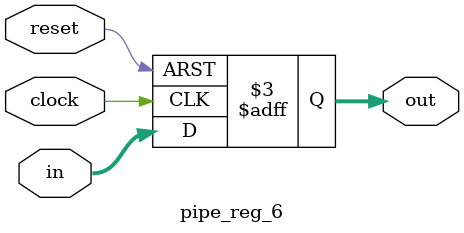
<source format=v>
module pipe_reg_6(
	   input [5:0] in,
       input clock,
	   input reset,
	   //input op,
	   output reg [5:0]out

 );
 
	always @(posedge clock,negedge reset) 
	begin
    if(!reset)
	   out <= 0;
	else 
	   out <= in;
	end
	
endmodule 
</source>
